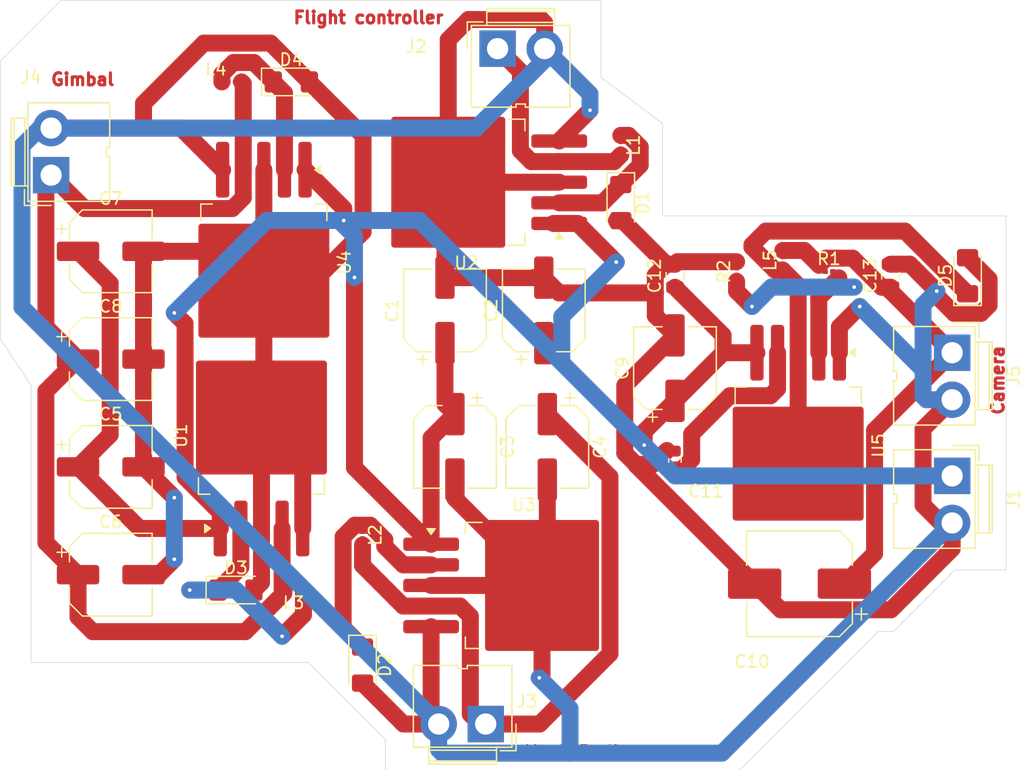
<source format=kicad_pcb>
(kicad_pcb (version 20241229) (generator "pcbnew") (generator_version "9.0")
  (layers (0 "F.Cu" signal) (2 "B.Cu" signal) (13 "F.Paste" user) (15 "B.Paste" user) (5 "F.SilkS" user "F.Silkscreen") (7 "B.SilkS" user "B.Silkscreen") (1 "F.Mask" user) (3 "B.Mask" user) (25 "Edge.Cuts" user))
  (net 0 "")
  (net 1 "GND")
  (net 2 "Net-(J1-Pin_1)")
  (net 3 "Net-(J2-Pin_1)")
  (net 4 "Net-(J3-Pin_1)")
  (net 5 "Net-(J4-Pin_1)")
  (net 6 "Net-(J5-Pin_1)")
  (net 7 "Net-(U5-VC)")
  (net 8 "Net-(D1-K)")
  (net 9 "Net-(D2-K)")
  (net 10 "Net-(D3-K)")
  (net 11 "Net-(D4-K)")
  (net 12 "Net-(D5-K)")
  (net 13 "Net-(U5-FB)")
  (footprint "Inductor_SMD:L_0201_0603Metric" (layer "F.Cu") (at 143.275 81.135 90)
    (property "Reference" "L5" (at 0 -1.05 90) (layer "F.SilkS"))
    (property "Value" "47uH")
    (pad "1" smd roundrect (at -0.32 0 90) (size 0.46 0.4) (layers "F.Cu" "F.Mask") (net 12 "Net-(D5-K)"))
    (pad "2" smd roundrect (at 0.32 0 90) (size 0.46 0.4) (layers "F.Cu" "F.Mask") (net 6 "Net-(J5-Pin_1)"))
  )
  (footprint "Diode_SMD:D_1206_3216Metric_Pad1.42x1.75mm_HandSolder" (layer "F.Cu") (at 158.515 82.405 90)
    (property "Reference" "D5" (at 0 -1.83 90) (layer "F.SilkS"))
    (property "Value" "1N5822")
    (pad "1" smd roundrect (at -1.4875 0 90) (size 1.425 1.75) (layers "F.Cu" "F.Mask" "F.Paste") (roundrect_rratio 0.175439) (net 12 "Net-(D5-K)"))
    (pad "2" smd roundrect (at 1.4875 0 90) (size 1.425 1.75) (layers "F.Cu" "F.Mask" "F.Paste") (roundrect_rratio 0.175439) (net 1 "GND"))
  )
  (footprint "Resistor_SMD:R_0201_0603Metric" (layer "F.Cu") (at 147.085 82.06)
    (property "Reference" "R1" (at 0 -1.05 0) (layer "F.SilkS"))
    (property "Value" "43k")
    (pad "1" smd roundrect (at -0.32 0) (size 0.46 0.4) (layers "F.Cu" "F.Mask") (net 6 "Net-(J5-Pin_1)"))
    (pad "2" smd roundrect (at 0.32 0) (size 0.46 0.4) (layers "F.Cu" "F.Mask") (net 13 "Net-(U5-FB)"))
  )
  (footprint "Inductor_SMD:L_0201_0603Metric" (layer "F.Cu") (at 102.931 108.331 180)
    (property "Reference" "L3" (at 0 -1.05 0) (layer "F.SilkS"))
    (property "Value" "68uH")
    (pad "1" smd roundrect (at -0.32 0 180) (size 0.46 0.4) (layers "F.Cu" "F.Mask") (net 10 "Net-(D3-K)"))
    (pad "2" smd roundrect (at 0.32 0 180) (size 0.46 0.4) (layers "F.Cu" "F.Mask") (net 5 "Net-(J4-Pin_1)"))
  )
  (footprint "Connector:JWT_A3963_1x02_P3.96mm_Vertical" (layer "F.Cu") (at 157.245 88.755 -90)
    (property "Reference" "J5" (at 1.91 -5.08 90) (layer "F.SilkS"))
    (property "Value" "Conn_01x02_Pin")
    (pad "1" thru_hole rect (at 0 0 270) (size 3 3) (drill 1.75) (layers "*.Cu" "*.Mask") (net 6 "Net-(J5-Pin_1)"))
    (pad "2" thru_hole circle (at 3.88 0 270) (size 3 3) (drill 1.75) (layers "*.Cu" "*.Mask") (net 1 "GND"))
  )
  (footprint "Package_TO_SOT_SMD:TO-263-5_TabPin3" (layer "F.Cu") (at 121.92 107.95)
    (property "Reference" "U3" (at 0 -6.65 0) (layer "F.SilkS"))
    (property "Value" "LM2596S-5")
    (pad "1" smd roundrect (at -7.65 -3.4) (size 4.6 1.1) (layers "F.Cu" "F.Mask" "F.Paste") (roundrect_rratio 0.227273) (net 2 "Net-(J1-Pin_1)"))
    (pad "2" smd roundrect (at -7.65 -1.7) (size 4.6 1.1) (layers "F.Cu" "F.Mask" "F.Paste") (roundrect_rratio 0.227273) (net 9 "Net-(D2-K)"))
    (pad "3" smd roundrect (at -7.65 0) (size 4.6 1.1) (layers "F.Cu" "F.Mask" "F.Paste") (roundrect_rratio 0.227273) (net 1 "GND"))
    (pad "3" smd roundrect (at 1.5 0) (size 9.4 10.8) (layers "F.Cu" "F.Mask") (roundrect_rratio 0.026596) (net 1 "GND"))
    (pad "4" smd roundrect (at -7.65 1.7) (size 4.6 1.1) (layers "F.Cu" "F.Mask" "F.Paste") (roundrect_rratio 0.227273) (net 4 "Net-(J3-Pin_1)"))
    (pad "5" smd roundrect (at -7.65 3.4) (size 4.6 1.1) (layers "F.Cu" "F.Mask" "F.Paste") (roundrect_rratio 0.227273) (net 1 "GND"))
  )
  (footprint "Capacitor_SMD:CP_Elec_6.3x5.8" (layer "F.Cu") (at 87.851 80.391)
    (property "Reference" "C7" (at 0 -4.35 0) (layer "F.SilkS"))
    (property "Value" "56uF")
    (pad "1" smd roundrect (at -2.7 0) (size 3.5 1.6) (layers "F.Cu" "F.Mask" "F.Paste") (roundrect_rratio 0.15625) (net 2 "Net-(J1-Pin_1)"))
    (pad "2" smd roundrect (at 2.7 0) (size 3.5 1.6) (layers "F.Cu" "F.Mask" "F.Paste") (roundrect_rratio 0.15625) (net 1 "GND"))
  )
  (footprint "Capacitor_SMD:CP_Elec_6.3x7.7" (layer "F.Cu") (at 134.385 90.025 90)
    (property "Reference" "C9" (at 0 -4.35 90) (layer "F.SilkS"))
    (property "Value" "100uF")
    (pad "1" smd roundrect (at -2.7 0 90) (size 3.5 1.6) (layers "F.Cu" "F.Mask" "F.Paste") (roundrect_rratio 0.15625) (net 2 "Net-(J1-Pin_1)"))
    (pad "2" smd roundrect (at 2.7 0 90) (size 3.5 1.6) (layers "F.Cu" "F.Mask" "F.Paste") (roundrect_rratio 0.15625) (net 1 "GND"))
  )
  (footprint "Connector:JWT_A3963_1x02_P3.96mm_Vertical" (layer "F.Cu") (at 82.931 74.111 90)
    (property "Reference" "J4" (at 8.071 -1.651 180) (layer "F.SilkS"))
    (property "Value" "Conn_01x02_Pin")
    (pad "1" thru_hole rect (at 0 0 90) (size 3 3) (drill 1.75) (layers "*.Cu" "*.Mask") (net 5 "Net-(J4-Pin_1)"))
    (pad "2" thru_hole circle (at 3.88 0 90) (size 3 3) (drill 1.75) (layers "*.Cu" "*.Mask") (net 1 "GND"))
  )
  (footprint "Connector:JWT_A3963_1x02_P3.96mm_Vertical" (layer "F.Cu") (at 157.245 98.915 -90)
    (property "Reference" "J1" (at 1.91 -5.08 90) (layer "F.SilkS"))
    (property "Value" "Conn_01x02_Pin")
    (pad "1" thru_hole rect (at 0 0 270) (size 3 3) (drill 1.75) (layers "*.Cu" "*.Mask") (net 2 "Net-(J1-Pin_1)"))
    (pad "2" thru_hole circle (at 3.88 0 270) (size 3 3) (drill 1.75) (layers "*.Cu" "*.Mask") (net 1 "GND"))
  )
  (footprint "Resistor_SMD:R_0201_0603Metric" (layer "F.Cu") (at 139.465 82.06 90)
    (property "Reference" "R2" (at 0 -1.05 90) (layer "F.SilkS"))
    (property "Value" "2k")
    (pad "1" smd roundrect (at -0.32 0 90) (size 0.46 0.4) (layers "F.Cu" "F.Mask") (net 13 "Net-(U5-FB)"))
    (pad "2" smd roundrect (at 0.32 0 90) (size 0.46 0.4) (layers "F.Cu" "F.Mask") (net 1 "GND"))
  )
  (footprint "Capacitor_SMD:CP_Elec_6.3x5.8" (layer "F.Cu") (at 116.235 96.52 -90)
    (property "Reference" "C3" (at 0 -4.35 90) (layer "F.SilkS"))
    (property "Value" "56uF")
    (pad "1" smd roundrect (at -2.7 0 270) (size 3.5 1.6) (layers "F.Cu" "F.Mask" "F.Paste") (roundrect_rratio 0.15625) (net 2 "Net-(J1-Pin_1)"))
    (pad "2" smd roundrect (at 2.7 0 270) (size 3.5 1.6) (layers "F.Cu" "F.Mask" "F.Paste") (roundrect_rratio 0.15625) (net 1 "GND"))
  )
  (footprint "Package_TO_SOT_SMD:TO-263-5_TabPin3" (layer "F.Cu") (at 117.185 74.695 180)
    (property "Reference" "U2" (at 0 -6.65 0) (layer "F.SilkS"))
    (property "Value" "LM2596S-5")
    (pad "1" smd roundrect (at -7.65 -3.4 180) (size 4.6 1.1) (layers "F.Cu" "F.Mask" "F.Paste") (roundrect_rratio 0.227273) (net 2 "Net-(J1-Pin_1)"))
    (pad "2" smd roundrect (at -7.65 -1.7 180) (size 4.6 1.1) (layers "F.Cu" "F.Mask" "F.Paste") (roundrect_rratio 0.227273) (net 8 "Net-(D1-K)"))
    (pad "3" smd roundrect (at -7.65 0 180) (size 4.6 1.1) (layers "F.Cu" "F.Mask" "F.Paste") (roundrect_rratio 0.227273) (net 1 "GND"))
    (pad "3" smd roundrect (at 1.5 0 180) (size 9.4 10.8) (layers "F.Cu" "F.Mask") (roundrect_rratio 0.026596) (net 1 "GND"))
    (pad "4" smd roundrect (at -7.65 1.7 180) (size 4.6 1.1) (layers "F.Cu" "F.Mask" "F.Paste") (roundrect_rratio 0.227273) (net 3 "Net-(J2-Pin_1)"))
    (pad "5" smd roundrect (at -7.65 3.4 180) (size 4.6 1.1) (layers "F.Cu" "F.Mask" "F.Paste") (roundrect_rratio 0.227273) (net 1 "GND"))
  )
  (footprint "Connector:JWT_A3963_1x02_P3.96mm_Vertical" (layer "F.Cu") (at 119.755 63.675)
    (property "Reference" "J2" (at -6.725 -0.175 0) (layer "F.SilkS"))
    (property "Value" "Conn_01x02_Pin")
    (pad "1" thru_hole rect (at 0 0) (size 3 3) (drill 1.75) (layers "*.Cu" "*.Mask") (net 3 "Net-(J2-Pin_1)"))
    (pad "2" thru_hole circle (at 3.88 0) (size 3 3) (drill 1.75) (layers "*.Cu" "*.Mask") (net 1 "GND"))
  )
  (footprint "Capacitor_SMD:CP_Elec_6.3x5.8" (layer "F.Cu") (at 115.415 85.265 90)
    (property "Reference" "C1" (at 0 -4.35 90) (layer "F.SilkS"))
    (property "Value" "56uF")
    (pad "1" smd roundrect (at -2.7 0 90) (size 3.5 1.6) (layers "F.Cu" "F.Mask" "F.Paste") (roundrect_rratio 0.15625) (net 2 "Net-(J1-Pin_1)"))
    (pad "2" smd roundrect (at 2.7 0 90) (size 3.5 1.6) (layers "F.Cu" "F.Mask" "F.Paste") (roundrect_rratio 0.15625) (net 1 "GND"))
  )
  (footprint "Inductor_SMD:L_0201_0603Metric" (layer "F.Cu") (at 97.826 66.421)
    (property "Reference" "L4" (at -1.306 -1.05 0) (layer "F.SilkS"))
    (property "Value" "68uH")
    (pad "1" smd roundrect (at -0.32 0) (size 0.46 0.4) (layers "F.Cu" "F.Mask") (net 11 "Net-(D4-K)"))
    (pad "2" smd roundrect (at 0.32 0) (size 0.46 0.4) (layers "F.Cu" "F.Mask") (net 5 "Net-(J4-Pin_1)"))
  )
  (footprint "Package_TO_SOT_SMD:TO-263-5_TabPin3" (layer "F.Cu") (at 100.476 81.316 -90)
    (property "Reference" "U4" (at 0 -6.65 90) (layer "F.SilkS"))
    (property "Value" "LM2596S-12")
    (pad "1" smd roundrect (at -7.65 -3.4 270) (size 4.6 1.1) (layers "F.Cu" "F.Mask" "F.Paste") (roundrect_rratio 0.227273) (net 2 "Net-(J1-Pin_1)"))
    (pad "2" smd roundrect (at -7.65 -1.7 270) (size 4.6 1.1) (layers "F.Cu" "F.Mask" "F.Paste") (roundrect_rratio 0.227273) (net 11 "Net-(D4-K)"))
    (pad "3" smd roundrect (at -7.65 0 270) (size 4.6 1.1) (layers "F.Cu" "F.Mask" "F.Paste") (roundrect_rratio 0.227273) (net 1 "GND"))
    (pad "3" smd roundrect (at 1.5 0 270) (size 9.4 10.8) (layers "F.Cu" "F.Mask") (roundrect_rratio 0.026596) (net 1 "GND"))
    (pad "4" smd roundrect (at -7.65 1.7 270) (size 4.6 1.1) (layers "F.Cu" "F.Mask" "F.Paste") (roundrect_rratio 0.227273) (net 5 "Net-(J4-Pin_1)"))
    (pad "5" smd roundrect (at -7.65 3.4 270) (size 4.6 1.1) (layers "F.Cu" "F.Mask" "F.Paste") (roundrect_rratio 0.227273) (net 1 "GND"))
  )
  (footprint "Capacitor_SMD:CP_Elec_6.3x5.8" (layer "F.Cu") (at 87.851 98.171)
    (property "Reference" "C5" (at 0 -4.35 0) (layer "F.SilkS"))
    (property "Value" "56uF")
    (pad "1" smd roundrect (at -2.7 0) (size 3.5 1.6) (layers "F.Cu" "F.Mask" "F.Paste") (roundrect_rratio 0.15625) (net 2 "Net-(J1-Pin_1)"))
    (pad "2" smd roundrect (at 2.7 0) (size 3.5 1.6) (layers "F.Cu" "F.Mask" "F.Paste") (roundrect_rratio 0.15625) (net 1 "GND"))
  )
  (footprint "Diode_SMD:D_1206_3216Metric_Pad1.42x1.75mm_HandSolder" (layer "F.Cu") (at 108.615 114.5175 -90)
    (property "Reference" "D2" (at 0 -1.83 90) (layer "F.SilkS"))
    (property "Value" "1N5822")
    (pad "1" smd roundrect (at -1.4875 0 270) (size 1.425 1.75) (layers "F.Cu" "F.Mask" "F.Paste") (roundrect_rratio 0.175439) (net 9 "Net-(D2-K)"))
    (pad "2" smd roundrect (at 1.4875 0 270) (size 1.425 1.75) (layers "F.Cu" "F.Mask" "F.Paste") (roundrect_rratio 0.175439) (net 1 "GND"))
  )
  (footprint "Capacitor_SMD:CP_Elec_6.3x7.7" (layer "F.Cu") (at 123.565 85.265 90)
    (property "Reference" "C2" (at 0 -4.35 90) (layer "F.SilkS"))
    (property "Value" "330uF")
    (pad "1" smd roundrect (at -2.7 0 90) (size 3.5 1.6) (layers "F.Cu" "F.Mask" "F.Paste") (roundrect_rratio 0.15625) (net 3 "Net-(J2-Pin_1)"))
    (pad "2" smd roundrect (at 2.7 0 90) (size 3.5 1.6) (layers "F.Cu" "F.Mask" "F.Paste") (roundrect_rratio 0.15625) (net 1 "GND"))
  )
  (footprint "Capacitor_SMD:CP_Elec_8x10.5" (layer "F.Cu") (at 144.655 107.805 180)
    (property "Reference" "C10" (at 3.915 -6.42 0) (layer "F.SilkS"))
    (property "Value" "470uF")
    (pad "1" smd roundrect (at -3.7 0 180) (size 4.4 2.5) (layers "F.Cu" "F.Mask" "F.Paste") (roundrect_rratio 0.1) (net 6 "Net-(J5-Pin_1)"))
    (pad "2" smd roundrect (at 3.7 0 180) (size 4.4 2.5) (layers "F.Cu" "F.Mask" "F.Paste") (roundrect_rratio 0.1) (net 1 "GND"))
  )
  (footprint "Capacitor_SMD:CP_Elec_6.3x5.8" (layer "F.Cu") (at 123.855 96.52 -90)
    (property "Reference" "C4" (at 0 -4.35 90) (layer "F.SilkS"))
    (property "Value" "220uF")
    (pad "1" smd roundrect (at -2.7 0 270) (size 3.5 1.6) (layers "F.Cu" "F.Mask" "F.Paste") (roundrect_rratio 0.15625) (net 4 "Net-(J3-Pin_1)"))
    (pad "2" smd roundrect (at 2.7 0 270) (size 3.5 1.6) (layers "F.Cu" "F.Mask" "F.Paste") (roundrect_rratio 0.15625) (net 1 "GND"))
  )
  (footprint "Capacitor_SMD:C_0603_1608Metric" (layer "F.Cu") (at 134.385 97.645 90)
    (property "Reference" "C11" (at -2.54 2.54 0) (layer "F.SilkS"))
    (property "Value" "47nF")
    (pad "1" smd roundrect (at -0.775 0 90) (size 0.9 0.95) (layers "F.Cu" "F.Mask" "F.Paste") (net 7 "Net-(U5-VC)"))
    (pad "2" smd roundrect (at 0.775 0 90) (size 0.9 0.95) (layers "F.Cu" "F.Mask" "F.Paste") (net 1 "GND"))
  )
  (footprint "Inductor_SMD:L_0201_0603Metric" (layer "F.Cu") (at 108.615 103.795 -90)
    (property "Reference" "L2" (at 0 -1.05 90) (layer "F.SilkS"))
    (property "Value" "120uH")
    (pad "1" smd roundrect (at -0.32 0 270) (size 0.46 0.4) (layers "F.Cu" "F.Mask") (net 9 "Net-(D2-K)"))
    (pad "2" smd roundrect (at 0.32 0 270) (size 0.46 0.4) (layers "F.Cu" "F.Mask") (net 4 "Net-(J3-Pin_1)"))
  )
  (footprint "Diode_SMD:D_1206_3216Metric_Pad1.42x1.75mm_HandSolder" (layer "F.Cu") (at 98.171 108.331)
    (property "Reference" "D3" (at 0 -1.83 0) (layer "F.SilkS"))
    (property "Value" "1N5822")
    (pad "1" smd roundrect (at -1.4875 0) (size 1.425 1.75) (layers "F.Cu" "F.Mask" "F.Paste") (roundrect_rratio 0.175439) (net 10 "Net-(D3-K)"))
    (pad "2" smd roundrect (at 1.4875 0) (size 1.425 1.75) (layers "F.Cu" "F.Mask" "F.Paste") (roundrect_rratio 0.175439) (net 1 "GND"))
  )
  (footprint "Capacitor_SMD:CP_Elec_6.3x7.7" (layer "F.Cu") (at 87.851 107.061)
    (property "Reference" "C6" (at 0 -4.35 0) (layer "F.SilkS"))
    (property "Value" "330uF")
    (pad "1" smd roundrect (at -2.7 0) (size 3.5 1.6) (layers "F.Cu" "F.Mask" "F.Paste") (roundrect_rratio 0.15625) (net 5 "Net-(J4-Pin_1)"))
    (pad "2" smd roundrect (at 2.7 0) (size 3.5 1.6) (layers "F.Cu" "F.Mask" "F.Paste") (roundrect_rratio 0.15625) (net 1 "GND"))
  )
  (footprint "Diode_SMD:D_1206_3216Metric_Pad1.42x1.75mm_HandSolder" (layer "F.Cu") (at 129.915 76.375 -90)
    (property "Reference" "D1" (at 0 -1.83 90) (layer "F.SilkS"))
    (property "Value" "1N5822")
    (pad "1" smd roundrect (at -1.4875 0 270) (size 1.425 1.75) (layers "F.Cu" "F.Mask" "F.Paste") (roundrect_rratio 0.175439) (net 8 "Net-(D1-K)"))
    (pad "2" smd roundrect (at 1.4875 0 270) (size 1.425 1.75) (layers "F.Cu" "F.Mask" "F.Paste") (roundrect_rratio 0.175439) (net 1 "GND"))
  )
  (footprint "Capacitor_SMD:C_0805_2012Metric" (layer "F.Cu") (at 152.165 82.405 90)
    (property "Reference" "C13" (at 0 -1.68 90) (layer "F.SilkS"))
    (property "Value" "1uF")
    (pad "1" smd roundrect (at -0.95 0 90) (size 1 1.45) (layers "F.Cu" "F.Mask" "F.Paste") (net 6 "Net-(J5-Pin_1)"))
    (pad "2" smd roundrect (at 0.95 0 90) (size 1 1.45) (layers "F.Cu" "F.Mask" "F.Paste") (net 1 "GND"))
  )
  (footprint "Package_TO_SOT_SMD:TO-263-5_TabPin3" (layer "F.Cu") (at 100.281 95.601 90)
    (property "Reference" "U1" (at 0 -6.65 90) (layer "F.SilkS"))
    (property "Value" "LM2596S-12")
    (pad "1" smd roundrect (at -7.65 -3.4 90) (size 4.6 1.1) (layers "F.Cu" "F.Mask" "F.Paste") (roundrect_rratio 0.227273) (net 2 "Net-(J1-Pin_1)"))
    (pad "2" smd roundrect (at -7.65 -1.7 90) (size 4.6 1.1) (layers "F.Cu" "F.Mask" "F.Paste") (roundrect_rratio 0.227273) (net 10 "Net-(D3-K)"))
    (pad "3" smd roundrect (at -7.65 0 90) (size 4.6 1.1) (layers "F.Cu" "F.Mask" "F.Paste") (roundrect_rratio 0.227273) (net 1 "GND"))
    (pad "3" smd roundrect (at 1.5 0 90) (size 9.4 10.8) (layers "F.Cu" "F.Mask") (roundrect_rratio 0.026596) (net 1 "GND"))
    (pad "4" smd roundrect (at -7.65 1.7 90) (size 4.6 1.1) (layers "F.Cu" "F.Mask" "F.Paste") (roundrect_rratio 0.227273) (net 5 "Net-(J4-Pin_1)"))
    (pad "5" smd roundrect (at -7.65 3.4 90) (size 4.6 1.1) (layers "F.Cu" "F.Mask" "F.Paste") (roundrect_rratio 0.227273) (net 1 "GND"))
  )
  (footprint "Diode_SMD:D_1206_3216Metric_Pad1.42x1.75mm_HandSolder" (layer "F.Cu") (at 102.743 66.421)
    (property "Reference" "D4" (at 0 -1.83 0) (layer "F.SilkS"))
    (property "Value" "1N5822")
    (pad "1" smd roundrect (at -1.4875 0) (size 1.425 1.75) (layers "F.Cu" "F.Mask" "F.Paste") (roundrect_rratio 0.175439) (net 11 "Net-(D4-K)"))
    (pad "2" smd roundrect (at 1.4875 0) (size 1.425 1.75) (layers "F.Cu" "F.Mask" "F.Paste") (roundrect_rratio 0.175439) (net 1 "GND"))
  )
  (footprint "Package_TO_SOT_SMD:TO-263-5_TabPin3" (layer "F.Cu") (at 144.545 96.405 -90)
    (property "Reference" "U5" (at 0 -6.65 90) (layer "F.SilkS"))
    (property "Value" "XL4015")
    (pad "1" smd roundrect (at -7.65 -3.4 270) (size 4.6 1.1) (layers "F.Cu" "F.Mask" "F.Paste") (roundrect_rratio 0.227273) (net 1 "GND"))
    (pad "2" smd roundrect (at -7.65 -1.7 270) (size 4.6 1.1) (layers "F.Cu" "F.Mask" "F.Paste") (roundrect_rratio 0.227273) (net 13 "Net-(U5-FB)"))
    (pad "3" smd roundrect (at -7.65 0 270) (size 4.6 1.1) (layers "F.Cu" "F.Mask" "F.Paste") (roundrect_rratio 0.227273) (net 12 "Net-(D5-K)"))
    (pad "3" smd roundrect (at 1.5 0 270) (size 9.4 10.8) (layers "F.Cu" "F.Mask") (roundrect_rratio 0.026596) (net 12 "Net-(D5-K)"))
    (pad "4" smd roundrect (at -7.65 1.7 270) (size 4.6 1.1) (layers "F.Cu" "F.Mask" "F.Paste") (roundrect_rratio 0.227273) (net 7 "Net-(U5-VC)"))
    (pad "5" smd roundrect (at -7.65 3.4 270) (size 4.6 1.1) (layers "F.Cu" "F.Mask" "F.Paste") (roundrect_rratio 0.227273) (net 2 "Net-(J1-Pin_1)"))
  )
  (footprint "Inductor_SMD:L_0201_0603Metric" (layer "F.Cu") (at 129.915 71.64 -90)
    (property "Reference" "L1" (at 0 -1.05 90) (layer "F.SilkS"))
    (property "Value" "68uH")
    (pad "1" smd roundrect (at -0.32 0 270) (size 0.46 0.4) (layers "F.Cu" "F.Mask") (net 8 "Net-(D1-K)"))
    (pad "2" smd roundrect (at 0.32 0 270) (size 0.46 0.4) (layers "F.Cu" "F.Mask") (net 3 "Net-(J2-Pin_1)"))
  )
  (footprint "Capacitor_SMD:CP_Elec_6.3x7.7" (layer "F.Cu") (at 87.851 89.281)
    (property "Reference" "C8" (at 0 -4.35 0) (layer "F.SilkS"))
    (property "Value" "330uF")
    (pad "1" smd roundrect (at -2.7 0) (size 3.5 1.6) (layers "F.Cu" "F.Mask" "F.Paste") (roundrect_rratio 0.15625) (net 5 "Net-(J4-Pin_1)"))
    (pad "2" smd roundrect (at 2.7 0) (size 3.5 1.6) (layers "F.Cu" "F.Mask" "F.Paste") (roundrect_rratio 0.15625) (net 1 "GND"))
  )
  (footprint "Connector:JWT_A3963_1x02_P3.96mm_Vertical" (layer "F.Cu") (at 118.775 119.38 180)
    (property "Reference" "J3" (at -3.425 1.88 0) (layer "F.SilkS"))
    (property "Value" "Conn_01x02_Pin")
    (pad "1" thru_hole rect (at 0 0 180) (size 3 3) (drill 1.75) (layers "*.Cu" "*.Mask") (net 4 "Net-(J3-Pin_1)"))
    (pad "2" thru_hole circle (at 3.88 0 180) (size 3 3) (drill 1.75) (layers "*.Cu" "*.Mask") (net 1 "GND"))
  )
  (footprint "Capacitor_SMD:C_0805_2012Metric" (layer "F.Cu") (at 134.385 82.405 90)
    (property "Reference" "C12" (at 0 -1.68 90) (layer "F.SilkS"))
    (property "Value" "1uF")
    (pad "1" smd roundrect (at -0.95 0 90) (size 1 1.45) (layers "F.Cu" "F.Mask" "F.Paste") (net 2 "Net-(J1-Pin_1)"))
    (pad "2" smd roundrect (at 0.95 0 90) (size 1 1.45) (layers "F.Cu" "F.Mask" "F.Paste") (net 1 "GND"))
  )
  (gr_poly (pts (xy 78.74 87.63) (xy 81.28 91.44) (xy 81.28 114.3) (xy 104.14 114.3) (xy 110.49 120.65) (xy 110.49 123.19) (xy 139.7 123.19) (xy 151.13 111.76) (xy 152.4 111.76) (xy 157.48 106.68) (xy 161.69 106.68) (xy 161.69 77.47) (xy 133.35 77.47) (xy 133.35 69.85) (xy 128.27 66.04) (xy 128.27 59.69) (xy 115.57 59.69) (xy 83.74 59.69) (xy 78.74 64.69)) (stroke (width 0.05)) (fill no) (layer "Edge.Cuts"))
  (gr_text "Gimbal\n" (at 82.8 66.8 0) (layer "F.Cu") (effects (font (size 1 1) (thickness 0.25) (bold yes)) (justify left bottom)))
  (gr_text "Flight controller\n" (at 102.8 61.7 0) (layer "F.Cu") (effects (font (size 1 1) (thickness 0.25) (bold yes)) (justify left bottom)))
  (gr_text "Camera" (at 161.6 94 90) (layer "F.Cu") (effects (font (size 1 1) (thickness 0.25) (bold yes)) (justify left bottom)))
  (gr_text "Mesh Radio\n" (at 121.8 122.3 0) (layer "F.Cu") (effects (font (size 1 1) (thickness 0.25) (bold yes)) (justify left bottom)))
  (segment (start 130.244 91.466) (end 130.244 97.038156) (width 1.4) (layer "F.Cu") (net 1))
  (segment (start 104.2305 66.421) (end 108.662 70.8525) (width 1.4) (layer "F.Cu") (net 1))
  (segment (start 117.354 61.274) (end 115.685 62.943) (width 1.4) (layer "F.Cu") (net 1))
  (segment (start 98.051 80.391) (end 100.476 82.816) (width 1.4) (layer "F.Cu") (net 1))
  (segment (start 111.99 119.38) (end 108.615 116.005) (width 1.4) (layer "F.Cu") (net 1))
  (segment (start 133.66 81.455) (end 130.0675 77.8625) (width 1.4) (layer "F.Cu") (net 1))
  (segment (start 123.635 63.675) (end 123.635 61.55368) (width 1.4) (layer "F.Cu") (net 1))
  (segment (start 124.835 71.295) (end 127.375 68.755) (width 1.4) (layer "F.Cu") (net 1))
  (segment (start 101.0285 63.219) (end 95.531 63.219) (width 1.4) (layer "F.Cu") (net 1))
  (segment (start 91.821 107.061) (end 93.091 105.791) (width 1.4) (layer "F.Cu") (net 1))
  (segment (start 134.385 87.325) (end 130.244 91.466) (width 1.4) (layer "F.Cu") (net 1))
  (segment (start 132.759 83.82) (end 132.759 82.356) (width 1.4) (layer "F.Cu") (net 1))
  (segment (start 123.42 107.95) (end 123.42 115.34) (width 1.4) (layer "F.Cu") (net 1))
  (segment (start 154.844 101.316) (end 154.844 95.036) (width 1.4) (layer "F.Cu") (net 1))
  (segment (start 124.82 83.82) (end 132.759 83.82) (width 1.4) (layer "F.Cu") (net 1))
  (segment (start 131.181844 97.976) (end 132.564844 97.976) (width 1.4) (layer "F.Cu") (net 1))
  (segment (start 100.476 73.666) (end 100.476 82.816) (width 1.4) (layer "F.Cu") (net 1))
  (segment (start 100.281 107.7085) (end 100.281 103.251) (width 1.4) (layer "F.Cu") (net 1))
  (segment (start 132.564844 97.976) (end 133.721844 96.819) (width 1.4) (layer "F.Cu") (net 1))
  (segment (start 160.291 84.838688) (end 159.623688 85.506) (width 1.4) (layer "F.Cu") (net 1))
  (segment (start 114.27 107.95) (end 123.42 107.95) (width 1.4) (layer "F.Cu") (net 1))
  (segment (start 131.181844 98.031844) (end 131.181844 97.976) (width 1.4) (layer "F.Cu") (net 1))
  (segment (start 90.551 107.061) (end 91.821 107.061) (width 1.4) (layer "F.Cu") (net 1))
  (segment (start 157.406312 85.506) (end 155.975 84.074688) (width 1.4) (layer "F.Cu") (net 1))
  (segment (start 104.636 82.816) (end 100.476 82.816) (width 1.4) (layer "F.Cu") (net 1))
  (segment (start 155.975 84.074688) (end 155.975 83.675) (width 1.4) (layer "F.Cu") (net 1))
  (segment (start 143.106 109.956) (end 140.955 107.805) (width 1.4) (layer "F.Cu") (net 1))
  (segment (start 123.565 82.565) (end 115.415 82.565) (width 1.4) (layer "F.Cu") (net 1))
  (segment (start 133.66 81.455) (end 134.385 81.455) (width 1.4) (layer "F.Cu") (net 1))
  (segment (start 93.091 100.711) (end 90.551 98.171) (width 1.4) (layer "F.Cu") (net 1))
  (segment (start 114.895 119.38) (end 111.99 119.38) (width 1.4) (layer "F.Cu") (net 1))
  (segment (start 156.323 102.795) (end 154.844 101.316) (width 1.4) (layer "F.Cu") (net 1))
  (segment (start 123.42 115.34) (end 123.19 115.57) (width 1.4) (layer "F.Cu") (net 1))
  (segment (start 159.623688 85.506) (end 157.406312 85.506) (width 1.4) (layer "F.Cu") (net 1))
  (segment (start 134.385 87.325) (end 132.759 85.699) (width 1.4) (layer "F.Cu") (net 1))
  (segment (start 90.551 70.231) (end 82.931 70.231) (width 1.4) (layer "F.Cu") (net 1))
  (segment (start 129.557 77.8625) (end 129.915 77.8625) (width 1.4) (layer "F.Cu") (net 1))
  (segment (start 132.759 85.699) (end 132.759 83.82) (width 1.4) (layer "F.Cu") (net 1))
  (segment (start 90.551 80.391) (end 98.051 80.391) (width 1.4) (layer "F.Cu") (net 1))
  (segment (start 157.245 102.795) (end 156.323 102.795) (width 1.4) (layer "F.Cu") (net 1))
  (segment (start 95.531 63.219) (end 90.551 68.199) (width 1.4) (layer "F.Cu") (net 1))
  (segment (start 153.755 81.455) (end 155.975 83.675) (width 1.4) (layer "F.Cu") (net 1))
  (segment (start 108.662 70.8525) (end 108.662 78.79) (width 1.4) (layer "F.Cu") (net 1))
  (segment (start 90.551 89.281) (end 90.551 80.391) (width 1.4) (layer "F.Cu") (net 1))
  (segment (start 100.476 93.906) (end 100.281 94.101) (width 1.4) (layer "F.Cu") (net 1))
  (segment (start 154.844 95.036) (end 157.245 92.635) (width 1.4) (layer "F.Cu") (net 1))
  (segment (start 130.244 97.038156) (end 131.181844 97.976) (width 1.4) (layer "F.Cu") (net 1))
  (segment (start 108.662 78.79) (end 104.636 82.816) (width 1.4) (layer "F.Cu") (net 1))
  (segment (start 114.27 118.755) (end 114.895 119.38) (width 1.4) (layer "F.Cu") (net 1))
  (segment (start 123.855 99.22) (end 123.855 107.515) (width 1.4) (layer "F.Cu") (net 1))
  (segment (start 134.591 81.249) (end 139.465 81.249) (width 1.4) (layer "F.Cu") (net 1))
  (segment (start 116.235 99.22) (end 116.235 100.765) (width 1.4) (layer "F.Cu") (net 1))
  (segment (start 147.945 86.625) (end 149.625 84.945) (width 1.4) (layer "F.Cu") (net 1))
  (segment (start 116.235 100.765) (end 123.42 107.95) (width 1.4) (layer "F.Cu") (net 1))
  (segment (start 152.20532 109.956) (end 143.106 109.956) (width 1.4) (layer "F.Cu") (net 1))
  (segment (start 123.35532 61.274) (end 117.354 61.274) (width 1.4) (layer "F.Cu") (net 1))
  (segment (start 97.076 73.666) (end 93.641 70.231) (width 1.4) (layer "F.Cu") (net 1))
  (segment (start 114.27 111.35) (end 114.27 118.755) (width 1.4) (layer "F.Cu") (net 1))
  (segment (start 157.245 102.795) (end 157.245 104.91632) (width 1.4) (layer "F.Cu") (net 1))
  (segment (start 104.2305 66.421) (end 101.0285 63.219) (width 1.4) (layer "F.Cu") (net 1))
  (segment (start 90.551 68.199) (end 90.551 70.231) (width 1.4) (layer "F.Cu") (net 1))
  (segment (start 99.6585 108.331) (end 100.281 107.7085) (width 1.4) (layer "F.Cu") (net 1))
  (segment (start 157.245 104.91632) (end 152.20532 109.956) (width 1.4) (layer "F.Cu") (net 1))
  (segment (start 160.291 82.6935) (end 160.291 84.838688) (width 1.4) (layer "F.Cu") (net 1))
  (segment (start 90.551 98.171) (end 90.551 89.281) (width 1.4) (layer "F.Cu") (net 1))
  (segment (start 140.955 107.805) (end 131.181844 98.031844) (width 1.4) (layer "F.Cu") (net 1))
  (segment (start 103.681 103.251) (end 103.681 97.501) (width 1.4) (layer "F.Cu") (net 1))
  (segment (start 93.641 70.231) (end 90.551 70.231) (width 1.4) (layer "F.Cu") (net 1))
  (segment (start 152.165 81.455) (end 153.755 81.455) (width 1.4) (layer "F.Cu") (net 1))
  (segment (start 123.855 107.515) (end 123.42 107.95) (width 1.4) (layer "F.Cu") (net 1))
  (segment (start 115.415 74.965) (end 115.685 74.695) (width 1.4) (layer "F.Cu") (net 1))
  (segment (start 123.635 61.55368) (end 123.35532 61.274) (width 1.4) (layer "F.Cu") (net 1))
  (segment (start 132.759 82.356) (end 133.66 81.455) (width 1.4) (layer "F.Cu") (net 1))
  (segment (start 130.0675 77.8625) (end 129.915 77.8625) (width 1.4) (layer "F.Cu") (net 1))
  (segment (start 103.681 97.501) (end 100.281 94.101) (width 1.4) (layer "F.Cu") (net 1))
  (segment (start 115.415 82.565) (end 115.415 74.965) (width 1.4) (layer "F.Cu") (net 1))
  (segment (start 100.476 82.816) (end 100.476 93.906) (width 1.4) (layer "F.Cu") (net 1))
  (segment (start 100.281 103.251) (end 100.281 94.101) (width 1.4) (layer "F.Cu") (net 1))
  (segment (start 115.685 62.943) (end 115.685 74.695) (width 1.4) (layer "F.Cu") (net 1))
  (segment (start 124.835 74.695) (end 115.685 74.695) (width 1.4) (layer "F.Cu") (net 1))
  (segment (start 134.385 81.455) (end 134.591 81.249) (width 1.4) (layer "F.Cu") (net 1))
  (segment (start 147.945 88.755) (end 147.945 86.625) (width 1.4) (layer "F.Cu") (net 1))
  (segment (start 158.515 80.9175) (end 160.291 82.6935) (width 1.4) (layer "F.Cu") (net 1))
  (segment (start 123.565 82.565) (end 124.82 83.82) (width 1.4) (layer "F.Cu") (net 1))
  (via (at 93.091 100.711) (size 0.6) (drill 0.3) (layers "F.Cu" "B.Cu") (net 1))
  (via (at 123.19 115.57) (size 0.6) (drill 0.3) (layers "F.Cu" "B.Cu") (net 1))
  (via (at 155.975 83.675) (size 0.6) (drill 0.3) (layers "F.Cu" "B.Cu") (net 1))
  (via (at 127.375 68.755) (size 0.6) (drill 0.3) (layers "F.Cu" "B.Cu") (net 1))
  (via (at 93.091 105.791) (size 0.6) (drill 0.3) (layers "F.Cu" "B.Cu") (net 1))
  (via (at 149.625 84.945) (size 0.6) (drill 0.3) (layers "F.Cu" "B.Cu") (net 1))
  (segment (start 114.895 119.38) (end 114.895 121.50132) (width 1.4) (layer "B.Cu") (net 1))
  (segment (start 82.931 70.231) (end 118.001 70.231) (width 1.4) (layer "B.Cu") (net 1))
  (segment (start 123.19 115.57) (end 125.73 118.11) (width 1.4) (layer "B.Cu") (net 1))
  (segment (start 114.895 121.50132) (end 115.17468 121.781) (width 1.4) (layer "B.Cu") (net 1))
  (segment (start 154.705 90.025) (end 154.844 90.025) (width 1.4) (layer "B.Cu") (net 1))
  (segment (start 127.375 68.755) (end 127.375 67.415) (width 1.4) (layer "B.Cu") (net 1))
  (segment (start 149.625 84.945) (end 154.705 90.025) (width 1.4) (layer "B.Cu") (net 1))
  (segment (start 80.53 85.015) (end 114.895 119.38) (width 1.4) (layer "B.Cu") (net 1))
  (segment (start 80.53 71.71) (end 80.53 85.015) (width 1.4) (layer "B.Cu") (net 1))
  (segment (start 123.635 64.597) (end 123.635 63.675) (width 1.4) (layer "B.Cu") (net 1))
  (segment (start 154.844 92.35532) (end 155.12368 92.635) (width 1.4) (layer "B.Cu") (net 1))
  (segment (start 155.975 83.675) (end 154.844 84.806) (width 1.4) (layer "B.Cu") (net 1))
  (segment (start 125.73 118.11) (end 125.73 121.781) (width 1.4) (layer "B.Cu") (net 1))
  (segment (start 115.17468 121.781) (end 125.73 121.781) (width 1.4) (layer "B.Cu") (net 1))
  (segment (start 82.009 70.231) (end 80.53 71.71) (width 1.4) (layer "B.Cu") (net 1))
  (segment (start 118.001 70.231) (end 123.635 64.597) (width 1.4) (layer "B.Cu") (net 1))
  (segment (start 125.73 121.781) (end 138.259 121.781) (width 1.4) (layer "B.Cu") (net 1))
  (segment (start 93.091 105.791) (end 93.091 100.711) (width 1.4) (layer "B.Cu") (net 1))
  (segment (start 154.844 84.806) (end 154.844 90.025) (width 1.4) (layer "B.Cu") (net 1))
  (segment (start 127.375 67.415) (end 123.635 63.675) (width 1.4) (layer "B.Cu") (net 1))
  (segment (start 155.12368 92.635) (end 157.245 92.635) (width 1.4) (layer "B.Cu") (net 1))
  (segment (start 154.844 90.025) (end 154.844 92.35532) (width 1.4) (layer "B.Cu") (net 1))
  (segment (start 138.259 121.781) (end 157.245 102.795) (width 1.4) (layer "B.Cu") (net 1))
  (segment (start 82.931 70.231) (end 82.009 70.231) (width 1.4) (layer "B.Cu") (net 1))
  (segment (start 87.802 83.042) (end 87.802 95.52) (width 1.4) (layer "F.Cu") (net 2))
  (segment (start 115.415 87.030312) (end 115.415 87.965) (width 1.4) (layer "F.Cu") (net 2))
  (segment (start 107.061 77.851) (end 107.061 76.851) (width 1.4) (layer "F.Cu") (net 2))
  (segment (start 124.835 78.095) (end 126.355 78.095) (width 1.4) (layer "F.Cu") (net 2))
  (segment (start 131.845 95.265) (end 134.385 92.725) (width 1.4) (layer "F.Cu") (net 2))
  (segment (start 138.355 87.325) (end 134.385 83.355) (width 1.4) (layer "F.Cu") (net 2))
  (segment (start 114.27 104.55) (end 107.95 98.23) (width 1.4) (layer "F.Cu") (net 2))
  (segment (start 141.145 88.755) (end 138.355 88.755) (width 1.4) (layer "F.Cu") (net 2))
  (segment (start 96.881 103.251) (end 90.231 103.251) (width 1.4) (layer "F.Cu") (net 2))
  (segment (start 96.881 101.935688) (end 93.98 99.034688) (width 1.4) (layer "F.Cu") (net 2))
  (segment (start 124.835 78.095) (end 124.350312 78.095) (width 1.4) (layer "F.Cu") (net 2))
  (segment (start 115.415 87.965) (end 115.415 93) (width 1.4) (layer "F.Cu") (net 2))
  (segment (start 93.98 86.36) (end 93.091 85.471) (width 1.4) (layer "F.Cu") (net 2))
  (segment (start 107.061 76.851) (end 103.876 73.666) (width 1.4) (layer "F.Cu") (net 2))
  (segment (start 126.355 78.095) (end 129.54 81.28) (width 1.4) (layer "F.Cu") (net 2))
  (segment (start 93.98 99.034688) (end 93.98 86.36) (width 1.4) (layer "F.Cu") (net 2))
  (segment (start 138.355 88.755) (end 138.355 87.325) (width 1.4) (layer "F.Cu") (net 2))
  (segment (start 114.27 95.785) (end 116.235 93.82) (width 1.4) (layer "F.Cu") (net 2))
  (segment (start 131.845 96.375) (end 131.845 95.265) (width 1.4) (layer "F.Cu") (net 2))
  (segment (start 115.415 93) (end 116.235 93.82) (width 1.4) (layer "F.Cu") (net 2))
  (segment (start 87.802 95.52) (end 85.151 98.171) (width 1.4) (layer "F.Cu") (net 2))
  (segment (start 96.881 103.251) (end 96.881 101.935688) (width 1.4) (layer "F.Cu") (net 2))
  (segment (start 85.151 80.391) (end 87.802 83.042) (width 1.4) (layer "F.Cu") (net 2))
  (segment (start 138.355 88.755) (end 134.385 92.725) (width 1.4) (layer "F.Cu") (net 2))
  (segment (start 90.231 103.251) (end 85.151 98.171) (width 1.4) (layer "F.Cu") (net 2))
  (segment (start 107.95 98.23) (end 107.95 82.55) (width 1.4) (layer "F.Cu") (net 2))
  (segment (start 114.27 104.55) (end 114.27 95.785) (width 1.4) (layer "F.Cu") (net 2))
  (via (at 107.95 82.55) (size 0.6) (drill 0.3) (layers "F.Cu" "B.Cu") (net 2))
  (via (at 93.091 85.471) (size 0.6) (drill 0.3) (layers "F.Cu" "B.Cu") (net 2))
  (via (at 131.845 96.375) (size 0.6) (drill 0.3) (layers "F.Cu" "B.Cu") (net 2))
  (via (at 107.061 77.851) (size 0.6) (drill 0.3) (layers "F.Cu" "B.Cu") (net 2))
  (via (at 129.54 81.28) (size 0.6) (drill 0.3) (layers "F.Cu" "B.Cu") (net 2))
  (segment (start 134.385 98.915) (end 131.845 96.375) (width 1.4) (layer "B.Cu") (net 2))
  (segment (start 106.68 77.851) (end 107.061 77.851) (width 1.4) (layer "B.Cu") (net 2))
  (segment (start 125.05 89.58) (end 131.845 96.375) (width 1.4) (layer "B.Cu") (net 2))
  (segment (start 102.87 77.851) (end 113.321 77.851) (width 1.4) (layer "B.Cu") (net 2))
  (segment (start 107.95 79.121) (end 106.68 77.851) (width 1.4) (layer "B.Cu") (net 2))
  (segment (start 157.245 98.915) (end 134.385 98.915) (width 1.4) (layer "B.Cu") (net 2))
  (segment (start 93.091 85.471) (end 100.711 77.851) (width 1.4) (layer "B.Cu") (net 2))
  (segment (start 125.05 85.77) (end 125.05 89.58) (width 1.4) (layer "B.Cu") (net 2))
  (segment (start 113.321 77.851) (end 125.05 89.58) (width 1.4) (layer "B.Cu") (net 2))
  (segment (start 107.95 82.55) (end 107.95 79.121) (width 1.4) (layer "B.Cu") (net 2))
  (segment (start 102.87 77.851) (end 106.68 77.851) (width 1.4) (layer "B.Cu") (net 2))
  (segment (start 129.54 81.28) (end 125.05 85.77) (width 1.4) (layer "B.Cu") (net 2))
  (segment (start 100.711 77.851) (end 102.87 77.851) (width 1.4) (layer "B.Cu") (net 2))
  (segment (start 122.535 72.995) (end 124.835 72.995) (width 1.4) (layer "F.Cu") (net 3))
  (segment (start 121.634 72.094) (end 122.535 72.995) (width 1.4) (layer "F.Cu") (net 3))
  (segment (start 124.835 72.995) (end 129.371 72.995) (width 1.4) (layer "F.Cu") (net 3))
  (segment (start 129.371 72.995) (end 129.915 72.451) (width 1.4) (layer "F.Cu") (net 3))
  (segment (start 121.634 65.554) (end 121.634 72.094) (width 1.4) (layer "F.Cu") (net 3))
  (segment (start 119.755 63.675) (end 121.634 65.554) (width 1.4) (layer "F.Cu") (net 3))
  (segment (start 122.156 66.076) (end 119.755 63.675) (width 1.4) (layer "F.Cu") (net 3))
  (segment (start 129.021 98.986) (end 129.021 113.583688) (width 1.4) (layer "F.Cu") (net 4))
  (segment (start 116.665 109.65) (end 114.27 109.65) (width 1.4) (layer "F.Cu") (net 4))
  (segment (start 118.315312 119.38) (end 117.505 118.569688) (width 1.4) (layer "F.Cu") (net 4))
  (segment (start 129.021 113.583688) (end 123.224688 119.38) (width 1.4) (layer "F.Cu") (net 4))
  (segment (start 123.855 93.82) (end 129.021 98.986) (width 1.4) (layer "F.Cu") (net 4))
  (segment (start 118.775 119.38) (end 118.315312 119.38) (width 1.4) (layer "F.Cu") (net 4))
  (segment (start 111.97 109.65) (end 108.615 106.295) (width 1.4) (layer "F.Cu") (net 4))
  (segment (start 123.224688 119.38) (end 118.775 119.38) (width 1.4) (layer "F.Cu") (net 4))
  (segment (start 108.615 106.295) (end 108.615 104.606) (width 1.4) (layer "F.Cu") (net 4))
  (segment (start 114.27 109.65) (end 111.97 109.65) (width 1.4) (layer "F.Cu") (net 4))
  (segment (start 117.505 110.49) (end 116.665 109.65) (width 1.4) (layer "F.Cu") (net 4))
  (segment (start 117.505 118.569688) (end 117.505 110.49) (width 1.4) (layer "F.Cu") (net 4))
  (segment (start 98.951688 111.76) (end 86.36 111.76) (width 1.4) (layer "F.Cu") (net 5))
  (segment (start 85.151 89.281) (end 82.5 91.932) (width 1.4) (layer "F.Cu") (net 5))
  (segment (start 82.931 74.111) (end 85.687 76.867) (width 1.4) (layer "F.Cu") (net 5))
  (segment (start 85.151 110.551) (end 85.151 107.061) (width 1.4) (layer "F.Cu") (net 5))
  (segment (start 101.981 108.192) (end 102.12 108.331) (width 1.4) (layer "F.Cu") (net 5))
  (segment (start 85.687 76.867) (end 97.875 76.867) (width 1.4) (layer "F.Cu") (net 5))
  (segment (start 82.5 74.542) (end 82.5 86.63) (width 1.4) (layer "F.Cu") (net 5))
  (segment (start 101.981 103.251) (end 101.981 108.192) (width 1.4) (layer "F.Cu") (net 5))
  (segment (start 82.5 86.63) (end 85.151 89.281) (width 1.4) (layer "F.Cu") (net 5))
  (segment (start 102.12 108.331) (end 102.12 108.591688) (width 1.4) (layer "F.Cu") (net 5))
  (segment (start 102.12 108.591688) (end 98.951688 111.76) (width 1.4) (layer "F.Cu") (net 5))
  (segment (start 86.36 111.76) (end 85.151 110.551) (width 1.4) (layer "F.Cu") (net 5))
  (segment (start 98.776 73.666) (end 98.776 66.56) (width 1.4) (layer "F.Cu") (net 5))
  (segment (start 98.776 75.966) (end 98.776 73.666) (width 1.4) (layer "F.Cu") (net 5))
  (segment (start 82.5 91.932) (end 82.5 104.41) (width 1.4) (layer "F.Cu") (net 5))
  (segment (start 97.875 76.867) (end 98.776 75.966) (width 1.4) (layer "F.Cu") (net 5))
  (segment (start 82.931 74.111) (end 82.5 74.542) (width 1.4) (layer "F.Cu") (net 5))
  (segment (start 98.776 66.56) (end 98.637 66.421) (width 1.4) (layer "F.Cu") (net 5))
  (segment (start 82.5 104.41) (end 85.151 107.061) (width 1.4) (layer "F.Cu") (net 5))
  (segment (start 145.0554 80.324) (end 143.275 80.324) (width 1.4) (layer "F.Cu") (net 6))
  (segment (start 157.245 88.755) (end 150.846 95.154) (width 1.4) (layer "F.Cu") (net 6))
  (segment (start 151.44 83.355) (end 149.044 80.959) (width 1.4) (layer "F.Cu") (net 6))
  (segment (start 152.165 83.675) (end 157.245 88.755) (width 1.4) (layer "F.Cu") (net 6))
  (segment (start 146.8576 80.959) (end 146.274 81.5426) (width 1.4) (layer "F.Cu") (net 6))
  (segment (start 150.846 105.314) (end 148.355 107.805) (width 1.4) (layer "F.Cu") (net 6))
  (segment (start 150.846 95.154) (end 150.846 105.314) (width 1.4) (layer "F.Cu") (net 6))
  (segment (start 149.044 80.959) (end 146.8576 80.959) (width 1.4) (layer "F.Cu") (net 6))
  (segment (start 152.165 83.355) (end 151.44 83.355) (width 1.4) (layer "F.Cu") (net 6))
  (segment (start 152.165 83.355) (end 152.165 83.675) (width 1.4) (layer "F.Cu") (net 6))
  (segment (start 146.274 81.5426) (end 145.0554 80.324) (width 1.4) (layer "F.Cu") (net 6))
  (segment (start 138.911312 92.304) (end 135.761 95.454312) (width 1.4) (layer "F.Cu") (net 7))
  (segment (start 142.845 88.755) (end 142.845 91.725) (width 1.4) (layer "F.Cu") (net 7))
  (segment (start 134.908638 98.42) (end 134.385 98.42) (width 1.4) (layer "F.Cu") (net 7))
  (segment (start 142.845 91.725) (end 142.266 92.304) (width 1.4) (layer "F.Cu") (net 7))
  (segment (start 142.266 92.304) (end 138.911312 92.304) (width 1.4) (layer "F.Cu") (net 7))
  (segment (start 135.761 97.567638) (end 134.908638 98.42) (width 1.4) (layer "F.Cu") (net 7))
  (segment (start 135.761 95.454312) (end 135.761 97.567638) (width 1.4) (layer "F.Cu") (net 7))
  (segment (start 131.516 73.2865) (end 131.516 71.787844) (width 1.4) (layer "F.Cu") (net 8))
  (segment (start 128.4075 76.395) (end 124.835 76.395) (width 1.4) (layer "F.Cu") (net 8))
  (segment (start 131.516 71.787844) (end 130.557156 70.829) (width 1.4) (layer "F.Cu") (net 8))
  (segment (start 130.557156 70.829) (end 129.915 70.829) (width 1.4) (layer "F.Cu") (net 8))
  (segment (start 129.915 74.8875) (end 131.516 73.2865) (width 1.4) (layer "F.Cu") (net 8))
  (segment (start 129.915 74.8875) (end 128.4075 76.395) (width 1.4) (layer "F.Cu") (net 8))
  (segment (start 107.972844 102.984) (end 109.257156 102.984) (width 1.4) (layer "F.Cu") (net 9))
  (segment (start 107.014 111.429) (end 107.014 103.942844) (width 1.4) (layer "F.Cu") (net 9))
  (segment (start 110.451578 104.731578) (end 111.97 106.25) (width 1.4) (layer "F.Cu") (net 9))
  (segment (start 109.257156 102.984) (end 110.451578 104.178422) (width 1.4) (layer "F.Cu") (net 9))
  (segment (start 107.014 103.942844) (end 107.972844 102.984) (width 1.4) (layer "F.Cu") (net 9))
  (segment (start 111.97 106.25) (end 114.27 106.25) (width 1.4) (layer "F.Cu") (net 9))
  (segment (start 110.451578 104.178422) (end 110.451578 104.731578) (width 1.4) (layer "F.Cu") (net 9))
  (segment (start 108.615 113.03) (end 107.014 111.429) (width 1.4) (layer "F.Cu") (net 9))
  (segment (start 96.6835 108.331) (end 94.361 108.331) (width 1.4) (layer "F.Cu") (net 10))
  (segment (start 103.742 110.38) (end 103.742 108.331) (width 1.4) (layer "F.Cu") (net 10))
  (segment (start 96.6835 108.331) (end 98.581 106.4335) (width 1.4) (layer "F.Cu") (net 10))
  (segment (start 98.581 106.4335) (end 98.581 103.251) (width 1.4) (layer "F.Cu") (net 10))
  (segment (start 101.981 112.141) (end 103.742 110.38) (width 1.4) (layer "F.Cu") (net 10))
  (via (at 94.361 108.331) (size 0.6) (drill 0.3) (layers "F.Cu" "B.Cu") (net 10))
  (via (at 101.981 112.141) (size 0.6) (drill 0.3) (layers "F.Cu" "B.Cu") (net 10))
  (segment (start 94.361 108.331) (end 98.171 108.331) (width 1.4) (layer "B.Cu") (net 10))
  (segment (start 98.171 108.331) (end 101.981 112.141) (width 1.4) (layer "B.Cu") (net 10))
  (segment (start 102.176 67.3415) (end 101.2555 66.421) (width 1.4) (layer "F.Cu") (net 11))
  (segment (start 101.2555 66.421) (end 99.6545 64.82) (width 1.4) (layer "F.Cu") (net 11))
  (segment (start 102.176 73.666) (end 102.176 67.3415) (width 1.4) (layer "F.Cu") (net 11))
  (segment (start 99.6545 64.82) (end 97.973844 64.82) (width 1.4) (layer "F.Cu") (net 11))
  (segment (start 97.015 65.778844) (end 97.015 66.421) (width 1.4) (layer "F.Cu") (net 11))
  (segment (start 97.973844 64.82) (end 97.015 65.778844) (width 1.4) (layer "F.Cu") (net 11))
  (segment (start 141.877 78.723) (end 140.735 79.865) (width 1.4) (layer "F.Cu") (net 12))
  (segment (start 153.3455 78.723) (end 141.877 78.723) (width 1.4) (layer "F.Cu") (net 12))
  (segment (start 140.735 80.048156) (end 142.632844 81.946) (width 1.4) (layer "F.Cu") (net 12))
  (segment (start 144.545 88.755) (end 144.545 83.216) (width 1.4) (layer "F.Cu") (net 12))
  (segment (start 140.735 79.865) (end 140.735 80.048156) (width 1.4) (layer "F.Cu") (net 12))
  (segment (start 142.632844 81.946) (end 143.275 81.946) (width 1.4) (layer "F.Cu") (net 12))
  (segment (start 144.545 83.216) (end 143.275 81.946) (width 1.4) (layer "F.Cu") (net 12))
  (segment (start 158.515 83.8925) (end 153.3455 78.723) (width 1.4) (layer "F.Cu") (net 12))
  (segment (start 144.545 97.905) (end 144.545 88.755) (width 1.4) (layer "F.Cu") (net 12))
  (segment (start 146.245 84.2284) (end 147.896 82.5774) (width 1.4) (layer "F.Cu") (net 13))
  (segment (start 139.465 83.675) (end 139.465 82.871) (width 1.4) (layer "F.Cu") (net 13))
  (segment (start 147.1294 83.344) (end 149.164844 83.344) (width 1.4) (layer "F.Cu") (net 13))
  (segment (start 140.735 84.945) (end 139.465 83.675) (width 1.4) (layer "F.Cu") (net 13))
  (segment (start 146.245 84.2284) (end 147.1294 83.344) (width 1.4) (layer "F.Cu") (net 13))
  (segment (start 146.245 88.755) (end 146.245 84.2284) (width 1.4) (layer "F.Cu") (net 13))
  (via (at 140.735 84.945) (size 0.6) (drill 0.3) (layers "F.Cu" "B.Cu") (net 13))
  (via (at 149.164844 83.344) (size 0.6) (drill 0.3) (layers "F.Cu" "B.Cu") (net 13))
  (segment (start 149.164844 83.344) (end 142.336 83.344) (width 1.4) (layer "B.Cu") (net 13))
  (segment (start 142.336 83.344) (end 140.735 84.945) (width 1.4) (layer "B.Cu") (net 13))
)
</source>
